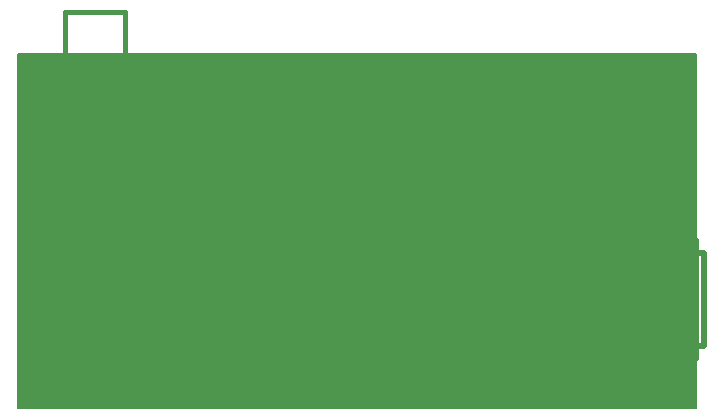
<source format=gbr>
G04 DipTrace 2.3.1.0*
%INThrough.gbr*%
%MOMM*%
G04 Drill Symbols*
G04 D=0,5 - Cross*
G04 D=0,813 - X*
G04 D=0,9 - Y*
G04 D=0,9 - T*
G04 D=0,8 - V*
%ADD10C,0.2*%
%ADD11C,0.14*%
%ADD12C,0.076*%
%ADD14C,0.4*%
%ADD15C,0.635*%
%ADD21O,0.391X0.392*%
%ADD30O,0.5X0.499*%
%ADD34C,0.9*%
%ADD36C,0.8*%
%ADD37C,1.2*%
%ADD39C,1.7*%
%ADD41R,1.7X1.7*%
%ADD43R,2.7X2.2*%
%ADD44R,2.3X1.8*%
%ADD45R,2.5X0.7*%
%ADD46R,2.1X0.3*%
%ADD47O,2.0X2.7*%
%ADD49O,2.7X2.0*%
%ADD51C,1.419*%
%ADD53O,1.71X1.7*%
%ADD55R,3.45X2.35*%
%ADD56R,3.05X1.95*%
%ADD57R,1.15X2.35*%
%ADD58R,0.75X1.95*%
%ADD59R,0.5X1.8*%
%ADD60R,0.1X1.4*%
%ADD61R,1.8X0.5*%
%ADD62R,1.4X0.1*%
%ADD63R,2.2X1.8*%
%ADD64R,1.8X1.4*%
%ADD65R,1.7X1.5*%
%ADD66R,1.3X1.1*%
%ADD67R,1.5X1.7*%
%ADD68R,1.1X1.3*%
%ADD70C,0.157*%
%ADD71C,0.314*%
%FSLAX53Y53*%
G04*
G71*
G90*
G75*
G01*
X15085Y45275D2*
D10*
X15685Y44675D1*
X16285Y45275D1*
X15685Y44675D2*
Y44075D1*
X17625Y45275D2*
X18225Y44675D1*
X18825Y45275D1*
X18225Y44675D2*
Y44075D1*
X-17800Y40017D2*
X-17200Y39417D1*
X-16600Y40017D1*
X-17200Y39417D2*
Y38817D1*
X-15260Y40017D2*
X-14660Y39417D1*
X-14060Y40017D1*
X-14660Y39417D2*
Y38817D1*
X-12720Y40017D2*
X-12120Y39417D1*
X-11520Y40017D1*
X-12120Y39417D2*
Y38817D1*
X-16159Y30170D2*
X-14959Y28970D1*
Y30170D2*
X-16159Y28970D1*
X-11333Y30170D2*
X-10133Y28970D1*
Y30170D2*
X-11333Y28970D1*
X-16992Y34894D2*
X-15792Y33694D1*
Y34894D2*
X-16992Y33694D1*
X-12166Y34894D2*
X-10966Y33694D1*
Y34894D2*
X-12166Y33694D1*
X-25618Y39715D2*
X-25018Y39115D1*
X-24418Y39715D1*
X-25618Y44715D2*
X-25018Y44115D1*
X-24418Y44715D1*
X-28318Y42215D2*
X-27718Y41615D1*
X-27118Y42215D1*
X20010Y42155D2*
X20610Y41555D1*
X21210Y42155D1*
X20610Y41555D2*
Y40955D1*
X22550Y42155D2*
X23150Y41555D1*
X23750Y42155D1*
X23150Y41555D2*
Y40955D1*
X20010Y39615D2*
X20610Y39015D1*
X21210Y39615D1*
X20610Y39015D2*
Y38415D1*
X22550Y39615D2*
X23150Y39015D1*
X23750Y39615D1*
X23150Y39015D2*
Y38415D1*
X20010Y37075D2*
X20610Y36475D1*
X21210Y37075D1*
X20610Y36475D2*
Y35875D1*
X22550Y37075D2*
X23150Y36475D1*
X23750Y37075D1*
X23150Y36475D2*
Y35875D1*
X20010Y34535D2*
X20610Y33935D1*
X21210Y34535D1*
X20610Y33935D2*
Y33335D1*
X22550Y34535D2*
X23150Y33935D1*
X23750Y34535D1*
X23150Y33935D2*
Y33335D1*
X-21110Y19980D2*
X-20510Y19380D1*
X-19910Y19980D1*
X-20510Y19380D2*
Y18780D1*
X-18570Y19980D2*
X-17970Y19380D1*
X-17370Y19980D1*
X-17970Y19380D2*
Y18780D1*
X-16030Y19980D2*
X-15430Y19380D1*
X-14830Y19980D1*
X-15430Y19380D2*
Y18780D1*
X-13490Y19980D2*
X-12890Y19380D1*
X-12290Y19980D1*
X-12890Y19380D2*
Y18780D1*
X-10950Y19980D2*
X-10350Y19380D1*
X-9750Y19980D1*
X-10350Y19380D2*
Y18780D1*
X-8410Y19980D2*
X-7810Y19380D1*
X-7210Y19980D1*
X-7810Y19380D2*
Y18780D1*
X-5870Y19980D2*
X-5270Y19380D1*
X-4670Y19980D1*
X-5270Y19380D2*
Y18780D1*
X-3330Y19980D2*
X-2730Y19380D1*
X-2130Y19980D1*
X-2730Y19380D2*
Y18780D1*
X-790Y19980D2*
X-190Y19380D1*
X410Y19980D1*
X-190Y19380D2*
Y18780D1*
X1750Y19980D2*
X2350Y19380D1*
X2950Y19980D1*
X2350Y19380D2*
Y18780D1*
X4290Y19980D2*
X4890Y19380D1*
X5490Y19980D1*
X4890Y19380D2*
Y18780D1*
X6830Y19980D2*
X7430Y19380D1*
X8030Y19980D1*
X7430Y19380D2*
Y18780D1*
X9370Y19980D2*
X9970Y19380D1*
X10570Y19980D1*
X9970Y19380D2*
Y18780D1*
X11910Y19980D2*
X12510Y19380D1*
X13110Y19980D1*
X12510Y19380D2*
Y18780D1*
X-21110Y45379D2*
X-20510Y44779D1*
X-19910Y45379D1*
X-20510Y44779D2*
Y44179D1*
X-18570Y45379D2*
X-17970Y44779D1*
X-17370Y45379D1*
X-17970Y44779D2*
Y44179D1*
X-16030Y45379D2*
X-15430Y44779D1*
X-14830Y45379D1*
X-15430Y44779D2*
Y44179D1*
X-13490Y45379D2*
X-12890Y44779D1*
X-12290Y45379D1*
X-12890Y44779D2*
Y44179D1*
X-10950Y45379D2*
X-10350Y44779D1*
X-9750Y45379D1*
X-10350Y44779D2*
Y44179D1*
X-8410Y45379D2*
X-7810Y44779D1*
X-7210Y45379D1*
X-7810Y44779D2*
Y44179D1*
X-5870Y45379D2*
X-5270Y44779D1*
X-4670Y45379D1*
X-5270Y44779D2*
Y44179D1*
X-3330Y45379D2*
X-2730Y44779D1*
X-2130Y45379D1*
X-2730Y44779D2*
Y44179D1*
X-790Y45379D2*
X-190Y44779D1*
X410Y45379D1*
X-190Y44779D2*
Y44179D1*
X1750Y45379D2*
X2350Y44779D1*
X2950Y45379D1*
X2350Y44779D2*
Y44179D1*
X4290Y45379D2*
X4890Y44779D1*
X5490Y45379D1*
X4890Y44779D2*
Y44179D1*
X6830Y45379D2*
X7430Y44779D1*
X8030Y45379D1*
X7430Y44779D2*
Y44179D1*
X9370Y45379D2*
X9970Y44779D1*
X10570Y45379D1*
X9970Y44779D2*
Y44179D1*
X11910Y45379D2*
X12510Y44779D1*
X13110Y45379D1*
X12510Y44779D2*
Y44179D1*
X9562Y38871D2*
Y37671D1*
X8963Y38271D2*
X10162D1*
X11397Y33723D2*
Y32523D1*
X10797Y33123D2*
X11997D1*
X12771Y32913D2*
Y31713D1*
X12171Y32312D2*
X13371D1*
X12646Y34829D2*
Y33629D1*
X12046Y34229D2*
X13246D1*
X6667Y40538D2*
Y39337D1*
X6067Y39938D2*
X7267D1*
X-8354Y30787D2*
Y29588D1*
X-8954Y30188D2*
X-7754D1*
X2104Y39975D2*
Y38775D1*
X1504Y39375D2*
X2704D1*
X11229Y36038D2*
Y34837D1*
X10629Y35438D2*
X11829D1*
X9146Y25579D2*
Y24379D1*
X8546Y24979D2*
X9746D1*
X-1531Y39444D2*
Y38244D1*
X-2131Y38844D2*
X-931D1*
X-21729Y23996D2*
Y22796D1*
X-22329Y23396D2*
X-21129D1*
X-27271Y38996D2*
Y37796D1*
X-27871Y38396D2*
X-26671D1*
X5271Y41121D2*
Y39921D1*
X4671Y40521D2*
X5871D1*
X18021Y34454D2*
Y33254D1*
X17421Y33854D2*
X18621D1*
X13896Y24704D2*
Y23504D1*
X13296Y24104D2*
X14496D1*
X11146Y24537D2*
Y23338D1*
X10546Y23938D2*
X11746D1*
X-7229Y35788D2*
Y34587D1*
X-7829Y35188D2*
X-6629D1*
X8250Y39996D2*
Y38796D1*
X7650Y39396D2*
X8850D1*
X14979Y21829D2*
Y20629D1*
X14379Y21229D2*
X15579D1*
X-8208Y25996D2*
Y24796D1*
X-8808Y25396D2*
X-7608D1*
X-583Y36871D2*
Y35671D1*
X-1183Y36271D2*
X17D1*
X-19000Y24579D2*
Y23379D1*
X-19600Y23979D2*
X-18400D1*
X-9583Y27037D2*
Y25838D1*
X-10183Y26438D2*
X-8983D1*
X10833Y37767D2*
Y36567D1*
X10233Y37167D2*
X11433D1*
X8438Y23652D2*
Y22452D1*
X7837Y23052D2*
X9037D1*
X20032Y28149D2*
X21232D1*
X20632D2*
Y27549D1*
X20032Y23748D2*
X21232D1*
X20632D2*
Y23148D1*
%LNTopAssy*%
%LPD*%
%LNTopSilk*%
X-22960Y31421D2*
Y32720D1*
X-23002Y29414D2*
Y30713D1*
X-22960Y35708D2*
Y37007D1*
Y33485D2*
Y34784D1*
X8231Y24058D2*
X6932D1*
X10368Y36106D2*
Y34807D1*
X-2050Y34513D2*
X-3349D1*
X-5761Y26635D2*
X-7060D1*
X-29240Y38433D2*
X-30539D1*
X-20421Y28645D2*
Y27346D1*
X-28357Y26743D2*
Y28042D1*
X-21833Y42286D2*
X-20534D1*
X-9900Y36403D2*
Y37702D1*
X-17275Y23598D2*
X-11275D1*
X-17275Y27198D2*
X-11275D1*
X-17275D2*
Y26598D1*
Y23598D2*
Y24198D1*
X-11275Y23598D2*
Y24198D1*
Y26598D2*
Y27198D1*
X-17275Y26798D2*
X-16774D1*
Y26498D1*
Y24398D2*
Y23998D1*
X-17275D1*
X-15675Y26098D2*
X-12875D1*
Y24698D1*
X-15675D1*
Y26098D1*
G36*
X-15374Y25798D2*
X-13176D1*
Y24998D1*
X-15374D1*
Y25798D1*
G37*
X-15275Y25698D2*
X-15675Y26098D1*
X-13275Y25698D2*
X-12875Y26098D1*
X-13275Y25098D2*
X-12875Y24698D1*
X-15275Y25098D2*
X-15575Y24698D1*
D15*
X-18561Y25398D3*
X174Y34115D2*
X6176D1*
Y28115D1*
X174D1*
Y34115D1*
G36*
D2*
Y33315D1*
X975Y34115D1*
X174D1*
G37*
D14*
X-1025Y34566D3*
D21*
X-23910Y37141D3*
X-23883Y34874D2*
X-30483D1*
X-23883Y32074D2*
X-30483D1*
Y34874D2*
Y32074D1*
X-23883Y34874D2*
Y32074D1*
X14285Y43275D2*
X19625D1*
X14285Y46077D2*
X19625D1*
Y43275D2*
Y46077D1*
X14285Y43275D2*
Y46077D1*
X-18600Y38017D2*
Y40818D1*
Y38017D2*
X-10720D1*
Y40818D1*
X-18600D2*
X-10720D1*
X-16194Y27411D2*
X-10098D1*
X-16194Y31729D2*
X-10098D1*
X-16194Y27919D2*
X-10098D1*
Y31221D2*
X-16194D1*
X-13400Y30332D2*
X-12892D1*
Y28808D1*
X-13400D1*
Y30332D1*
X-12511D2*
Y29570D1*
Y28808D1*
X-13781Y30332D2*
Y29570D1*
Y28808D1*
X-12511Y29570D2*
X-11876D1*
X-13781D2*
X-14417D1*
X-16194Y31729D2*
G03X-16194Y27411I0J-2159D01*
G01*
X-10098D2*
G03X-10098Y31729I0J2159D01*
G01*
X-16194Y31221D2*
G03X-16194Y27919I1J-1651D01*
G01*
X-10098D2*
G03X-10098Y31221I-1J1651D01*
G01*
X-17028Y32135D2*
X-10931D1*
X-17028Y36453D2*
X-10931D1*
X-17028Y32642D2*
X-10931D1*
Y35945D2*
X-17028D1*
X-14234Y35056D2*
X-13725D1*
Y33531D1*
X-14234D1*
Y35056D1*
X-13344D2*
Y34294D1*
Y33531D1*
X-14615Y35056D2*
Y34294D1*
Y33531D1*
X-13344Y34294D2*
X-12709D1*
X-14615D2*
X-15250D1*
X-17028Y36453D2*
G03X-17028Y32135I0J-2159D01*
G01*
X-10931D2*
G03X-10931Y36453I0J2159D01*
G01*
X-17028Y35945D2*
G03X-17028Y32642I1J-1651D01*
G01*
X-10931D2*
G03X-10931Y35945I-1J1651D01*
G01*
X-23679Y25213D3*
X-23653Y22946D2*
X-30252D1*
X-23653Y20146D2*
X-30252D1*
Y22946D2*
Y20146D1*
X-23653Y22946D2*
Y20146D1*
X-27519Y50315D2*
X-22519D1*
Y39115D1*
X-23318D1*
X-26618D2*
X-27519D1*
Y40016D1*
Y43116D2*
Y50315D1*
X19340Y42825D2*
Y32665D1*
X24420Y42825D2*
Y32665D1*
X19340Y42825D2*
X24420D1*
X19340Y32665D2*
X24420D1*
X13780Y18110D2*
Y20650D1*
X-21780Y18110D2*
X13780D1*
X-21780D2*
Y20650D1*
X-19860D1*
X13780D1*
Y43509D2*
Y46049D1*
X-21780Y43509D2*
X13780D1*
X-21780D2*
Y46049D1*
X-19860D1*
X13780D1*
X-19831Y22158D2*
D70*
X-20852Y21769D1*
X-19831Y21380D1*
X-20171Y21526D2*
Y22012D1*
X-20851Y22764D2*
X-20803Y22618D1*
X-20657Y22520D1*
X-20414Y22472D1*
X-20268D1*
X-20025Y22520D1*
X-19879Y22618D1*
X-19831Y22764D1*
Y22861D1*
X-19879Y23007D1*
X-20025Y23103D1*
X-20268Y23153D1*
X-20414D1*
X-20657Y23103D1*
X-20803Y23007D1*
X-20851Y22861D1*
Y22764D1*
X-20657Y23103D2*
X-20025Y22520D1*
X-17300Y22127D2*
X-18320Y21737D1*
X-17300Y21349D1*
X-17640Y21495D2*
Y21981D1*
X-18125Y22441D2*
X-18174Y22538D1*
X-18319Y22684D1*
X-17300D1*
X-14914Y22117D2*
X-15935Y21727D1*
X-14914Y21338D1*
X-15255Y21484D2*
Y21971D1*
X-15692Y22480D2*
X-15740D1*
X-15838Y22528D1*
X-15886Y22576D1*
X-15934Y22674D1*
Y22868D1*
X-15886Y22965D1*
X-15838Y23013D1*
X-15740Y23063D1*
X-15643D1*
X-15546Y23013D1*
X-15401Y22917D1*
X-14914Y22430D1*
Y23111D1*
X-12331Y22033D2*
X-13352Y21644D1*
X-12331Y21255D1*
X-12671Y21401D2*
Y21887D1*
X-13351Y22445D2*
Y22978D1*
X-12962Y22687D1*
Y22833D1*
X-12914Y22930D1*
X-12866Y22978D1*
X-12720Y23028D1*
X-12623D1*
X-12477Y22978D1*
X-12379Y22882D1*
X-12331Y22736D1*
Y22590D1*
X-12379Y22445D1*
X-12429Y22396D1*
X-12525Y22347D1*
X-9890Y22093D2*
X-10911Y21703D1*
X-9890Y21314D1*
X-10231Y21460D2*
Y21947D1*
X-9890Y22893D2*
X-10910D1*
X-10231Y22406D1*
Y23135D1*
X-7321Y22039D2*
X-8342Y21649D1*
X-7321Y21261D1*
X-7661Y21407D2*
Y21893D1*
X-8341Y22936D2*
Y22451D1*
X-7904Y22402D1*
X-7952Y22451D1*
X-8002Y22597D1*
Y22742D1*
X-7952Y22888D1*
X-7856Y22985D1*
X-7710Y23034D1*
X-7613D1*
X-7467Y22985D1*
X-7369Y22888D1*
X-7321Y22742D1*
Y22597D1*
X-7369Y22451D1*
X-7419Y22402D1*
X-7515Y22353D1*
X-4722Y21939D2*
X-5743Y21549D1*
X-4722Y21161D1*
X-5063Y21307D2*
Y21793D1*
X-5597Y22835D2*
X-5694Y22787D1*
X-5742Y22641D1*
Y22545D1*
X-5694Y22399D1*
X-5548Y22301D1*
X-5305Y22253D1*
X-5063D1*
X-4868Y22301D1*
X-4771Y22399D1*
X-4722Y22545D1*
Y22593D1*
X-4771Y22738D1*
X-4868Y22835D1*
X-5014Y22884D1*
X-5063D1*
X-5209Y22835D1*
X-5305Y22738D1*
X-5353Y22593D1*
Y22545D1*
X-5305Y22399D1*
X-5209Y22301D1*
X-5063Y22253D1*
X-2157Y21914D2*
X-3178Y21524D1*
X-2157Y21136D1*
X-2498Y21282D2*
Y21768D1*
X-2157Y22422D2*
X-3177Y22909D1*
Y22228D1*
X-528Y21185D2*
X493D1*
Y21623D1*
X443Y21769D1*
X395Y21817D1*
X299Y21865D1*
X153D1*
X55Y21817D1*
X7Y21769D1*
X-42Y21623D1*
X-91Y21769D1*
X-139Y21817D1*
X-236Y21865D1*
X-334D1*
X-430Y21817D1*
X-480Y21769D1*
X-528Y21623D1*
Y21185D1*
X-42D2*
Y21623D1*
X-527Y22471D2*
X-479Y22325D1*
X-333Y22227D1*
X-90Y22179D1*
X56D1*
X299Y22227D1*
X445Y22325D1*
X493Y22471D1*
Y22568D1*
X445Y22714D1*
X299Y22810D1*
X56Y22860D1*
X-90D1*
X-333Y22810D1*
X-479Y22714D1*
X-527Y22568D1*
Y22471D1*
X-333Y22810D2*
X299Y22227D1*
X1953Y21403D2*
X2973D1*
Y21841D1*
X2924Y21987D1*
X2876Y22035D1*
X2779Y22084D1*
X2633D1*
X2535Y22035D1*
X2487Y21987D1*
X2439Y21841D1*
X2389Y21987D1*
X2341Y22035D1*
X2245Y22084D1*
X2147D1*
X2050Y22035D1*
X2001Y21987D1*
X1953Y21841D1*
Y21403D1*
X2439D2*
Y21841D1*
X2148Y22397D2*
X2099Y22495D1*
X1954Y22641D1*
X2973D1*
X4235Y21185D2*
X5256D1*
Y21623D1*
X5206Y21769D1*
X5158Y21817D1*
X5062Y21865D1*
X4916D1*
X4818Y21817D1*
X4770Y21769D1*
X4721Y21623D1*
X4672Y21769D1*
X4624Y21817D1*
X4527Y21865D1*
X4429D1*
X4333Y21817D1*
X4283Y21769D1*
X4235Y21623D1*
Y21185D1*
X4721D2*
Y21623D1*
X4479Y22228D2*
X4430D1*
X4333Y22277D1*
X4284Y22325D1*
X4236Y22423D1*
Y22617D1*
X4284Y22714D1*
X4333Y22762D1*
X4430Y22811D1*
X4527D1*
X4625Y22762D1*
X4770Y22665D1*
X5256Y22179D1*
Y22860D1*
X6802Y21239D2*
X7823D1*
Y21677D1*
X7773Y21823D1*
X7725Y21872D1*
X7628Y21920D1*
X7482D1*
X7385Y21872D1*
X7336Y21823D1*
X7288Y21677D1*
X7239Y21823D1*
X7190Y21872D1*
X7094Y21920D1*
X6996D1*
X6900Y21872D1*
X6850Y21823D1*
X6802Y21677D1*
Y21239D1*
X7288D2*
Y21677D1*
X6997Y22234D2*
X6948Y22331D1*
X6803Y22477D1*
X7823D1*
X6803Y23083D2*
X6851Y22937D1*
X6997Y22839D1*
X7240Y22791D1*
X7386D1*
X7628Y22839D1*
X7774Y22937D1*
X7823Y23083D1*
Y23180D1*
X7774Y23326D1*
X7628Y23422D1*
X7386Y23472D1*
X7240D1*
X6997Y23422D1*
X6851Y23326D1*
X6803Y23180D1*
Y23083D1*
X6997Y23422D2*
X7628Y22839D1*
X9535Y21124D2*
X10555D1*
Y21562D1*
X10506Y21708D1*
X10458Y21757D1*
X10361Y21805D1*
X10215D1*
X10117Y21757D1*
X10069Y21708D1*
X10021Y21562D1*
X9971Y21708D1*
X9923Y21757D1*
X9827Y21805D1*
X9729D1*
X9632Y21757D1*
X9583Y21708D1*
X9535Y21562D1*
Y21124D1*
X10021D2*
Y21562D1*
X9730Y22119D2*
X9681Y22216D1*
X9536Y22362D1*
X10555D1*
X9730Y22676D2*
X9681Y22774D1*
X9536Y22920D1*
X10555D1*
X12127Y21156D2*
X13147D1*
Y21594D1*
X13098Y21740D1*
X13050Y21788D1*
X12953Y21837D1*
X12807D1*
X12709Y21788D1*
X12661Y21740D1*
X12613Y21594D1*
X12563Y21740D1*
X12515Y21788D1*
X12419Y21837D1*
X12321D1*
X12224Y21788D1*
X12175Y21740D1*
X12127Y21594D1*
Y21156D1*
X12613D2*
Y21594D1*
X12322Y22150D2*
X12273Y22248D1*
X12128Y22394D1*
X13147D1*
X12370Y22757D2*
X12322D1*
X12224Y22805D1*
X12176Y22854D1*
X12128Y22951D1*
Y23146D1*
X12176Y23242D1*
X12224Y23291D1*
X12322Y23340D1*
X12419D1*
X12516Y23291D1*
X12661Y23194D1*
X13147Y22708D1*
Y23388D1*
X22541Y20230D2*
D71*
X22346Y20037D1*
X22249Y19745D1*
Y19356D1*
X22346Y19064D1*
X22541Y18869D1*
X22734D1*
X22930Y18968D1*
X23026Y19064D1*
X23123Y19257D1*
X23318Y19841D1*
X23415Y20037D1*
X23514Y20133D1*
X23707Y20230D1*
X23999D1*
X24192Y20037D1*
X24291Y19745D1*
Y19356D1*
X24192Y19064D1*
X23999Y18869D1*
X22249Y21149D2*
X23902D1*
X24192Y21246D1*
X24291Y21441D1*
Y21635D1*
X22930Y20857D2*
Y21538D1*
Y23428D2*
X24291D1*
X23222D2*
X23026Y23235D1*
X22930Y23039D1*
Y22749D1*
X23026Y22554D1*
X23222Y22361D1*
X23514Y22262D1*
X23707D1*
X23999Y22361D1*
X24192Y22554D1*
X24291Y22749D1*
Y23039D1*
X24192Y23235D1*
X23999Y23428D1*
X22930Y24055D2*
X24291D1*
X23514D2*
X23222Y24154D1*
X23026Y24347D1*
X22930Y24543D1*
Y24835D1*
X22249Y25754D2*
X23902D1*
X24192Y25851D1*
X24291Y26046D1*
Y26239D1*
X22930Y25462D2*
Y26143D1*
X23514Y26867D2*
Y28032D1*
X23318D1*
X23123Y27936D1*
X23026Y27839D1*
X22930Y27644D1*
Y27352D1*
X23026Y27159D1*
X23222Y26963D1*
X23514Y26867D1*
X23707D1*
X23999Y26963D1*
X24192Y27159D1*
X24291Y27352D1*
Y27644D1*
X24192Y27839D1*
X23999Y28032D1*
X22930Y28660D2*
X24291D1*
X23514D2*
X23222Y28759D1*
X23026Y28952D1*
X22930Y29147D1*
Y29439D1*
X19833Y32338D2*
D70*
Y31317D1*
X20174D1*
X20320Y31367D1*
X20417Y31463D1*
X20466Y31561D1*
X20514Y31706D1*
Y31949D1*
X20466Y32095D1*
X20417Y32192D1*
X20320Y32290D1*
X20174Y32338D1*
X19833D1*
X20828Y31706D2*
X21411D1*
Y31803D1*
X21362Y31901D1*
X21314Y31949D1*
X21216Y31998D1*
X21070D1*
X20974Y31949D1*
X20876Y31852D1*
X20828Y31706D1*
Y31609D1*
X20876Y31463D1*
X20974Y31367D1*
X21070Y31317D1*
X21216D1*
X21314Y31367D1*
X21411Y31463D1*
X21724Y32338D2*
Y31317D1*
Y31852D2*
X21822Y31949D1*
X21919Y31998D1*
X22065D1*
X22161Y31949D1*
X22259Y31852D1*
X22307Y31706D1*
Y31609D1*
X22259Y31463D1*
X22161Y31367D1*
X22065Y31317D1*
X21919D1*
X21822Y31367D1*
X21724Y31463D1*
X22621Y31998D2*
Y31511D1*
X22669Y31367D1*
X22767Y31317D1*
X22913D1*
X23009Y31367D1*
X23155Y31511D1*
Y31998D2*
Y31317D1*
X24052Y31949D2*
Y31171D1*
X24004Y31026D1*
X23955Y30977D1*
X23858Y30929D1*
X23712D1*
X23615Y30977D1*
X24052Y31803D2*
X23955Y31900D1*
X23858Y31949D1*
X23712D1*
X23615Y31900D1*
X23517Y31803D1*
X23469Y31657D1*
Y31560D1*
X23517Y31415D1*
X23615Y31317D1*
X23712Y31269D1*
X23858D1*
X23955Y31317D1*
X24052Y31415D1*
X20417Y45005D2*
Y44276D1*
X20465Y44130D1*
X20563Y44033D1*
X20709Y43984D1*
X20805D1*
X20951Y44033D1*
X21049Y44130D1*
X21097Y44276D1*
Y45005D1*
X21994Y45004D2*
X21509D1*
X21460Y44567D1*
X21509Y44615D1*
X21655Y44664D1*
X21800D1*
X21946Y44615D1*
X22043Y44518D1*
X22092Y44372D1*
Y44276D1*
X22043Y44130D1*
X21946Y44032D1*
X21800Y43984D1*
X21655D1*
X21509Y44032D1*
X21460Y44081D1*
X21411Y44178D1*
X12170Y40525D2*
X13190D1*
Y40963D1*
X13141Y41109D1*
X13093Y41157D1*
X12996Y41206D1*
X12850D1*
X12752Y41157D1*
X12704Y41109D1*
X12656Y40963D1*
X12606Y41109D1*
X12558Y41157D1*
X12462Y41206D1*
X12364D1*
X12267Y41157D1*
X12218Y41109D1*
X12170Y40963D1*
Y40525D1*
X12656D2*
Y40963D1*
X12365Y41520D2*
X12316Y41617D1*
X12171Y41763D1*
X13190D1*
X12171Y42175D2*
Y42708D1*
X12559Y42417D1*
Y42563D1*
X12608Y42660D1*
X12656Y42708D1*
X12802Y42758D1*
X12898D1*
X13044Y42708D1*
X13142Y42612D1*
X13190Y42466D1*
Y42320D1*
X13142Y42175D1*
X13093Y42126D1*
X12996Y42077D1*
X9735Y40584D2*
X10756D1*
Y41022D1*
X10707Y41168D1*
X10659Y41217D1*
X10562Y41265D1*
X10416D1*
X10318Y41217D1*
X10270Y41168D1*
X10222Y41022D1*
X10172Y41168D1*
X10124Y41217D1*
X10027Y41265D1*
X9930D1*
X9833Y41217D1*
X9784Y41168D1*
X9735Y41022D1*
Y40584D1*
X10222D2*
Y41022D1*
X9931Y41579D2*
X9881Y41676D1*
X9736Y41822D1*
X10756D1*
Y42622D2*
X9736D1*
X10416Y42136D1*
Y42865D1*
X7253Y40650D2*
X8274D1*
Y41088D1*
X8224Y41234D1*
X8176Y41282D1*
X8079Y41331D1*
X7933D1*
X7836Y41282D1*
X7787Y41234D1*
X7739Y41088D1*
X7690Y41234D1*
X7641Y41282D1*
X7545Y41331D1*
X7447D1*
X7351Y41282D1*
X7301Y41234D1*
X7253Y41088D1*
Y40650D1*
X7739D2*
Y41088D1*
X7448Y41645D2*
X7399Y41742D1*
X7254Y41888D1*
X8274D1*
X7254Y42785D2*
Y42300D1*
X7691Y42251D1*
X7643Y42300D1*
X7593Y42446D1*
Y42591D1*
X7643Y42737D1*
X7739Y42834D1*
X7885Y42883D1*
X7982D1*
X8128Y42834D1*
X8225Y42737D1*
X8274Y42591D1*
Y42446D1*
X8225Y42300D1*
X8176Y42251D1*
X8079Y42202D1*
X5752Y41951D2*
X4731Y41561D1*
X5752Y41172D1*
X5411Y41318D2*
Y41805D1*
X4732Y42507D2*
X4780Y42362D1*
X4877Y42313D1*
X4974D1*
X5071Y42362D1*
X5120Y42459D1*
X5169Y42653D1*
X5217Y42799D1*
X5315Y42895D1*
X5411Y42944D1*
X5557D1*
X5654Y42895D1*
X5703Y42847D1*
X5752Y42701D1*
Y42507D1*
X5703Y42362D1*
X5654Y42313D1*
X5557Y42264D1*
X5411D1*
X5315Y42313D1*
X5217Y42410D1*
X5169Y42555D1*
X5120Y42749D1*
X5071Y42847D1*
X4974Y42895D1*
X4877D1*
X4780Y42847D1*
X4732Y42701D1*
Y42507D1*
X2853Y42057D2*
X1832Y41668D1*
X2853Y41279D1*
X2513Y41425D2*
Y41911D1*
X2172Y43004D2*
X2318Y42954D1*
X2416Y42858D1*
X2464Y42712D1*
Y42663D1*
X2416Y42517D1*
X2318Y42421D1*
X2172Y42371D1*
X2124D1*
X1978Y42421D1*
X1882Y42517D1*
X1833Y42663D1*
Y42712D1*
X1882Y42858D1*
X1978Y42954D1*
X2172Y43004D1*
X2416D1*
X2659Y42954D1*
X2805Y42858D1*
X2853Y42712D1*
Y42615D1*
X2805Y42469D1*
X2707Y42421D1*
X281Y41505D2*
X-740Y41115D1*
X281Y40726D1*
X-59Y40872D2*
Y41359D1*
X-545Y41818D2*
X-594Y41916D1*
X-739Y42062D1*
X281D1*
X-739Y42668D2*
X-691Y42522D1*
X-545Y42424D1*
X-302Y42376D1*
X-156D1*
X87Y42424D1*
X233Y42522D1*
X281Y42668D1*
Y42764D1*
X233Y42910D1*
X87Y43007D1*
X-156Y43056D1*
X-302D1*
X-545Y43007D1*
X-691Y42910D1*
X-739Y42764D1*
Y42668D1*
X-545Y43007D2*
X87Y42424D1*
X-3401Y40929D2*
X-2380D1*
Y41367D1*
X-2429Y41513D1*
X-2478Y41561D1*
X-2574Y41609D1*
X-2720D1*
X-2818Y41561D1*
X-2866Y41513D1*
X-2915Y41367D1*
X-2964Y41513D1*
X-3012Y41561D1*
X-3109Y41609D1*
X-3207D1*
X-3303Y41561D1*
X-3353Y41513D1*
X-3401Y41367D1*
Y40929D1*
X-2915D2*
Y41367D1*
X-3400Y42506D2*
Y42021D1*
X-2963Y41973D1*
X-3011Y42021D1*
X-3061Y42167D1*
Y42312D1*
X-3011Y42458D1*
X-2915Y42556D1*
X-2769Y42604D1*
X-2672D1*
X-2526Y42556D1*
X-2428Y42458D1*
X-2380Y42312D1*
Y42167D1*
X-2428Y42021D1*
X-2478Y41973D1*
X-2574Y41923D1*
X-6009Y40954D2*
X-4988D1*
Y41392D1*
X-5037Y41538D1*
X-5086Y41586D1*
X-5182Y41634D1*
X-5328D1*
X-5426Y41586D1*
X-5474Y41538D1*
X-5523Y41392D1*
X-5572Y41538D1*
X-5620Y41586D1*
X-5717Y41634D1*
X-5815D1*
X-5911Y41586D1*
X-5961Y41538D1*
X-6009Y41392D1*
Y40954D1*
X-5523D2*
Y41392D1*
X-5863Y42531D2*
X-5959Y42482D1*
X-6008Y42336D1*
Y42240D1*
X-5959Y42094D1*
X-5813Y41996D1*
X-5571Y41948D1*
X-5328D1*
X-5134Y41996D1*
X-5036Y42094D1*
X-4988Y42240D1*
Y42288D1*
X-5036Y42433D1*
X-5134Y42531D1*
X-5280Y42579D1*
X-5328D1*
X-5474Y42531D1*
X-5571Y42433D1*
X-5619Y42288D1*
Y42240D1*
X-5571Y42094D1*
X-5474Y41996D1*
X-5328Y41948D1*
X-8401Y41054D2*
X-7380D1*
Y41492D1*
X-7429Y41638D1*
X-7478Y41686D1*
X-7574Y41734D1*
X-7720D1*
X-7818Y41686D1*
X-7866Y41638D1*
X-7915Y41492D1*
X-7964Y41638D1*
X-8012Y41686D1*
X-8109Y41734D1*
X-8207D1*
X-8303Y41686D1*
X-8353Y41638D1*
X-8401Y41492D1*
Y41054D1*
X-7915D2*
Y41492D1*
X-7380Y42243D2*
X-8400Y42729D1*
Y42048D1*
X-10693Y41138D2*
X-9672D1*
Y41576D1*
X-9722Y41722D1*
X-9770Y41770D1*
X-9867Y41818D1*
X-10013D1*
X-10110Y41770D1*
X-10159Y41722D1*
X-10207Y41576D1*
X-10256Y41722D1*
X-10305Y41770D1*
X-10401Y41818D1*
X-10499D1*
X-10595Y41770D1*
X-10645Y41722D1*
X-10693Y41576D1*
Y41138D1*
X-10207D2*
Y41576D1*
X-10692Y42375D2*
X-10644Y42230D1*
X-10547Y42180D1*
X-10449D1*
X-10353Y42230D1*
X-10303Y42326D1*
X-10255Y42521D1*
X-10207Y42667D1*
X-10109Y42763D1*
X-10013Y42812D1*
X-9867D1*
X-9770Y42763D1*
X-9721Y42715D1*
X-9672Y42569D1*
Y42375D1*
X-9721Y42230D1*
X-9770Y42180D1*
X-9867Y42132D1*
X-10013D1*
X-10109Y42180D1*
X-10207Y42278D1*
X-10255Y42423D1*
X-10303Y42617D1*
X-10353Y42715D1*
X-10449Y42763D1*
X-10547D1*
X-10644Y42715D1*
X-10692Y42569D1*
Y42375D1*
X-13175Y41370D2*
X-12154D1*
Y41808D1*
X-12204Y41954D1*
X-12252Y42002D1*
X-12348Y42050D1*
X-12494D1*
X-12592Y42002D1*
X-12640Y41954D1*
X-12689Y41808D1*
X-12738Y41954D1*
X-12786Y42002D1*
X-12883Y42050D1*
X-12981D1*
X-13077Y42002D1*
X-13127Y41954D1*
X-13175Y41808D1*
Y41370D1*
X-12689D2*
Y41808D1*
X-12835Y42996D2*
X-12689Y42947D1*
X-12591Y42850D1*
X-12543Y42704D1*
Y42656D1*
X-12591Y42510D1*
X-12689Y42413D1*
X-12835Y42364D1*
X-12883D1*
X-13029Y42413D1*
X-13126Y42510D1*
X-13174Y42656D1*
Y42704D1*
X-13126Y42850D1*
X-13029Y42947D1*
X-12835Y42996D1*
X-12591D1*
X-12348Y42947D1*
X-12202Y42850D1*
X-12154Y42704D1*
Y42608D1*
X-12202Y42462D1*
X-12300Y42413D1*
X-15983Y41887D2*
Y41402D1*
X-15546Y41353D1*
X-15594Y41402D1*
X-15644Y41548D1*
Y41692D1*
X-15594Y41838D1*
X-15498Y41936D1*
X-15352Y41984D1*
X-15255D1*
X-15109Y41936D1*
X-15012Y41838D1*
X-14963Y41692D1*
Y41548D1*
X-15012Y41402D1*
X-15061Y41353D1*
X-15158Y41304D1*
X-15984Y42298D2*
X-14963D1*
Y42736D1*
X-15013Y42882D1*
X-15061Y42931D1*
X-15158Y42979D1*
X-15304D1*
X-15401Y42931D1*
X-15450Y42882D1*
X-15498Y42736D1*
X-15547Y42882D1*
X-15596Y42931D1*
X-15692Y42979D1*
X-15790D1*
X-15886Y42931D1*
X-15936Y42882D1*
X-15984Y42736D1*
Y42298D1*
X-15498D2*
Y42736D1*
X-18319Y41279D2*
Y41813D1*
X-17930Y41522D1*
Y41668D1*
X-17882Y41764D1*
X-17834Y41813D1*
X-17688Y41862D1*
X-17591D1*
X-17445Y41813D1*
X-17348Y41716D1*
X-17299Y41570D1*
Y41424D1*
X-17348Y41279D1*
X-17397Y41231D1*
X-17494Y41182D1*
X-17397Y42224D2*
X-17348Y42176D1*
X-17299Y42224D1*
X-17348Y42274D1*
X-17397Y42224D1*
X-18319Y42685D2*
Y43218D1*
X-17930Y42928D1*
Y43074D1*
X-17882Y43170D1*
X-17834Y43218D1*
X-17688Y43268D1*
X-17591D1*
X-17445Y43218D1*
X-17348Y43122D1*
X-17299Y42976D1*
Y42830D1*
X-17348Y42685D1*
X-17397Y42637D1*
X-17494Y42587D1*
X-21229Y43429D2*
X-21278Y43525D1*
X-21375Y43623D1*
X-21472Y43671D1*
X-21666D1*
X-21764Y43623D1*
X-21861Y43525D1*
X-21910Y43429D1*
X-21958Y43283D1*
Y43039D1*
X-21910Y42894D1*
X-21861Y42796D1*
X-21764Y42700D1*
X-21666Y42650D1*
X-21472D1*
X-21375Y42700D1*
X-21278Y42796D1*
X-21229Y42894D1*
Y43039D1*
X-21472D1*
X-20235Y43671D2*
Y42650D1*
X-20916Y43671D1*
Y42650D1*
X-19921Y43671D2*
Y42650D1*
X-19581D1*
X-19435Y42700D1*
X-19337Y42796D1*
X-19289Y42894D1*
X-19241Y43039D1*
Y43283D1*
X-19289Y43429D1*
X-19337Y43525D1*
X-19435Y43623D1*
X-19581Y43671D1*
X-19921D1*
X17437Y20049D2*
X18458Y20293D1*
X17437Y20535D1*
X18458Y20778D1*
X17437Y21022D1*
Y21335D2*
X17486Y21384D1*
X17437Y21433D1*
X17388Y21384D1*
X17437Y21335D1*
X17778Y21384D2*
X18458D1*
X17778Y21747D2*
Y22281D1*
X18458Y21747D1*
Y22281D1*
X17778Y23178D2*
X18458D1*
X17924D2*
X17826Y23081D1*
X17778Y22984D1*
Y22839D1*
X17826Y22741D1*
X17924Y22644D1*
X18070Y22595D1*
X18166D1*
X18312Y22644D1*
X18409Y22741D1*
X18458Y22839D1*
Y22984D1*
X18409Y23081D1*
X18312Y23178D1*
X17778Y23492D2*
X18458D1*
X18070D2*
X17924Y23541D1*
X17826Y23638D1*
X17778Y23735D1*
Y23881D1*
X17437Y24778D2*
X18458D1*
X17924D2*
X17826Y24681D1*
X17778Y24584D1*
Y24438D1*
X17826Y24341D1*
X17924Y24243D1*
X18070Y24195D1*
X18166D1*
X18312Y24243D1*
X18409Y24341D1*
X18458Y24438D1*
Y24584D1*
X18409Y24681D1*
X18312Y24778D1*
X17437Y25092D2*
X17486Y25140D1*
X17437Y25189D1*
X17388Y25140D1*
X17437Y25092D1*
X17778Y25140D2*
X18458D1*
X17778Y25503D2*
X18458D1*
X17972D2*
X17826Y25649D1*
X17778Y25747D1*
Y25892D1*
X17826Y25989D1*
X17972Y26038D1*
X18458D1*
X17778Y26594D2*
X17826Y26497D1*
X17924Y26400D1*
X18070Y26351D1*
X18166D1*
X18312Y26400D1*
X18409Y26497D1*
X18458Y26594D1*
Y26740D1*
X18409Y26838D1*
X18312Y26934D1*
X18166Y26984D1*
X18070D1*
X17924Y26934D1*
X17826Y26838D1*
X17778Y26740D1*
Y26594D1*
X-10167Y39880D2*
Y38859D1*
X-9729D1*
X-9583Y38908D1*
X-9534Y38956D1*
X-9486Y39053D1*
Y39199D1*
X-9534Y39297D1*
X-9583Y39345D1*
X-9729Y39393D1*
X-9583Y39443D1*
X-9534Y39491D1*
X-9486Y39588D1*
Y39685D1*
X-9534Y39782D1*
X-9583Y39831D1*
X-9729Y39880D1*
X-10167D1*
Y39393D2*
X-9729D1*
X-8930Y39539D2*
X-9026Y39491D1*
X-9124Y39393D1*
X-9172Y39247D1*
Y39151D1*
X-9124Y39005D1*
X-9026Y38908D1*
X-8930Y38859D1*
X-8784D1*
X-8686Y38908D1*
X-8589Y39005D1*
X-8540Y39151D1*
Y39247D1*
X-8589Y39393D1*
X-8686Y39491D1*
X-8784Y39539D1*
X-8930D1*
X-7984D2*
X-8080Y39491D1*
X-8178Y39393D1*
X-8226Y39247D1*
Y39151D1*
X-8178Y39005D1*
X-8080Y38908D1*
X-7984Y38859D1*
X-7838D1*
X-7740Y38908D1*
X-7643Y39005D1*
X-7594Y39151D1*
Y39247D1*
X-7643Y39393D1*
X-7740Y39491D1*
X-7838Y39539D1*
X-7984D1*
X-7134Y39880D2*
Y39053D1*
X-7086Y38908D1*
X-6988Y38859D1*
X-6892D1*
X-7280Y39539D2*
X-6940D1*
%LNTopMask*%
D37*
X9562Y38271D3*
X11397Y33123D3*
X12771Y32312D3*
X12646Y34229D3*
X6667Y39938D3*
X-8354Y30188D3*
X2104Y39375D3*
X11229Y35438D3*
X9146Y24979D3*
X-1531Y38844D3*
X-21729Y23396D3*
X-27271Y38396D3*
X5271Y40521D3*
X18021Y33854D3*
X13896Y24104D3*
X11146Y23938D3*
X-7229Y35188D3*
X8250Y39396D3*
X14979Y21229D3*
X-8208Y25396D3*
X-583Y36271D3*
X-19000Y23979D3*
X-9583Y26438D3*
X10833Y37167D3*
X8438Y23052D3*
D67*
X-21910Y32070D3*
X-20010D3*
X-21951Y30064D3*
X-20051D3*
X-21910Y36358D3*
X-20010D3*
X-21910Y34135D3*
X-20010D3*
D65*
X7581Y25109D3*
Y27009D3*
D67*
X9318Y35457D3*
X7418D3*
D65*
X-2699Y35564D3*
Y37464D3*
X-6410Y27685D3*
Y29585D3*
X-29890Y39484D3*
Y41384D3*
D67*
X-21471Y27996D3*
X-23371D3*
X-27307Y27392D3*
X-25407D3*
D65*
X-21183Y41337D3*
Y39437D3*
D67*
X-8951Y37052D3*
X-7051D3*
D65*
X-4664Y36636D3*
Y34736D3*
D63*
X-16975Y25398D3*
X-11575D3*
D61*
X-1025Y33865D3*
Y33365D3*
Y32865D3*
Y32365D3*
Y31865D3*
Y31365D3*
Y30865D3*
Y30365D3*
Y29865D3*
Y29365D3*
Y28865D3*
Y28365D3*
D59*
X425Y26915D3*
X925D3*
X1425D3*
X1925D3*
X2425D3*
X2925D3*
X3425D3*
X3925D3*
X4425D3*
X4925D3*
X5425D3*
X5925D3*
D61*
X7375Y28365D3*
Y28865D3*
Y29365D3*
Y29865D3*
Y30365D3*
Y30865D3*
Y31365D3*
Y31865D3*
Y32365D3*
Y32865D3*
Y33365D3*
Y33865D3*
D59*
X5925Y35315D3*
X5425D3*
X4925D3*
X4425D3*
X3925D3*
X3425D3*
X2925D3*
X2425D3*
X1925D3*
X1425D3*
X925D3*
X425D3*
D57*
X-24883Y36374D3*
X-27183D3*
X-29483D3*
D55*
X-27183Y30574D3*
D41*
X15685Y44675D3*
D39*
X18225D3*
D41*
X-17200Y39417D3*
D53*
X-14660D3*
D39*
X-12120D3*
D51*
X-15559Y29570D3*
X-10733D3*
X-16392Y34294D3*
X-11566D3*
D57*
X-24653Y24446D3*
X-26953D3*
X-29253D3*
D55*
X-26953Y18646D3*
D49*
X-25018Y39115D3*
Y44115D3*
D47*
X-27718Y41615D3*
D34*
X20632Y28149D3*
Y23748D3*
D41*
X20610Y41555D3*
D39*
X23150D3*
X20610Y39015D3*
X23150D3*
X20610Y36475D3*
X23150D3*
X20610Y33935D3*
X23150D3*
D41*
X-20510Y19380D3*
D39*
X-17970D3*
X-15430D3*
X-12890D3*
X-10350D3*
X-7810D3*
X-5270D3*
X-2730D3*
X-190D3*
X2350D3*
X4890D3*
X7430D3*
X9970D3*
X12510D3*
D41*
X-20510Y44779D3*
D39*
X-17970D3*
X-15430D3*
X-12890D3*
X-10350D3*
X-7810D3*
X-5270D3*
X-2730D3*
X-190D3*
X2350D3*
X4890D3*
X7430D3*
X9970D3*
X12510D3*
%LNTopPaste*%
D36*
X9562Y38271D3*
X11397Y33123D3*
X12771Y32312D3*
X12646Y34229D3*
X6667Y39938D3*
X-8354Y30188D3*
X2104Y39375D3*
X11229Y35438D3*
X9146Y24979D3*
X-1531Y38844D3*
X-21729Y23396D3*
X-27271Y38396D3*
X5271Y40521D3*
X18021Y33854D3*
X13896Y24104D3*
X11146Y23938D3*
X-7229Y35188D3*
X8250Y39396D3*
X14979Y21229D3*
X-8208Y25396D3*
X-583Y36271D3*
X-19000Y23979D3*
X-9583Y26438D3*
X10833Y37167D3*
X8438Y23052D3*
D68*
X-21910Y32070D3*
X-20010D3*
X-21951Y30064D3*
X-20051D3*
X-21910Y36358D3*
X-20010D3*
X-21910Y34135D3*
X-20010D3*
D66*
X7581Y25109D3*
Y27009D3*
D68*
X9318Y35457D3*
X7418D3*
D66*
X-2699Y35564D3*
Y37464D3*
X-6410Y27685D3*
Y29585D3*
X-29890Y39484D3*
Y41384D3*
D68*
X-21471Y27996D3*
X-23371D3*
X-27307Y27392D3*
X-25407D3*
D66*
X-21183Y41337D3*
Y39437D3*
D68*
X-8951Y37052D3*
X-7051D3*
D66*
X-4664Y36636D3*
Y34736D3*
D64*
X-16975Y25398D3*
X-11575D3*
D62*
X-1025Y33865D3*
Y33365D3*
Y32865D3*
Y32365D3*
Y31865D3*
Y31365D3*
Y30865D3*
Y30365D3*
Y29865D3*
Y29365D3*
Y28865D3*
Y28365D3*
D60*
X425Y26915D3*
X925D3*
X1425D3*
X1925D3*
X2425D3*
X2925D3*
X3425D3*
X3925D3*
X4425D3*
X4925D3*
X5425D3*
X5925D3*
D62*
X7375Y28365D3*
Y28865D3*
Y29365D3*
Y29865D3*
Y30365D3*
Y30865D3*
Y31365D3*
Y31865D3*
Y32365D3*
Y32865D3*
Y33365D3*
Y33865D3*
D60*
X5925Y35315D3*
X5425D3*
X4925D3*
X4425D3*
X3925D3*
X3425D3*
X2925D3*
X2425D3*
X1925D3*
X1425D3*
X925D3*
X425D3*
D58*
X-24883Y36374D3*
X-27183D3*
X-29483D3*
D56*
X-27183Y30574D3*
D58*
X-24653Y24446D3*
X-26953D3*
X-29253D3*
D56*
X-26953Y18646D3*
%LNTop*%
D36*
X9562Y38271D3*
X11397Y33123D3*
X12771Y32312D3*
X12646Y34229D3*
X6667Y39938D3*
X-8354Y30188D3*
X2104Y39375D3*
X11229Y35438D3*
X9146Y24979D3*
X-1531Y38844D3*
X-21729Y23396D3*
X-27271Y38396D3*
X5271Y40521D3*
X18021Y33854D3*
X13896Y24104D3*
X11146Y23938D3*
X-7229Y35188D3*
X8250Y39396D3*
X14979Y21229D3*
X-8208Y25396D3*
X-583Y36271D3*
X-19000Y23979D3*
X-9583Y26438D3*
X10833Y37167D3*
X8438Y23052D3*
D68*
X-14389Y25224D3*
X-12489D3*
D46*
X18032Y27549D3*
Y26748D3*
Y25948D3*
Y25149D3*
Y24349D3*
D44*
X18132Y30399D3*
Y21498D3*
X23632Y30399D3*
Y21498D3*
%LNBottom*%
D37*
X9562Y38271D3*
X11397Y33123D3*
X12771Y32312D3*
X12646Y34229D3*
X6667Y39938D3*
X-8354Y30188D3*
X2104Y39375D3*
X11229Y35438D3*
X9146Y24979D3*
X-1531Y38844D3*
X-21729Y23396D3*
X-27271Y38396D3*
X5271Y40521D3*
X18021Y33854D3*
X13896Y24104D3*
X11146Y23938D3*
X-7229Y35188D3*
X8250Y39396D3*
X14979Y21229D3*
X-8208Y25396D3*
X-583Y36271D3*
X-19000Y23979D3*
X-9583Y26438D3*
X10833Y37167D3*
X8438Y23052D3*
D67*
X-14389Y25224D3*
X-12489D3*
D41*
X15685Y44675D3*
D39*
X18225D3*
D41*
X-17200Y39417D3*
D53*
X-14660D3*
D39*
X-12120D3*
D51*
X-15559Y29570D3*
X-10733D3*
X-16392Y34294D3*
X-11566D3*
D49*
X-25018Y39115D3*
Y44115D3*
D47*
X-27718Y41615D3*
D45*
X18032Y27549D3*
Y26748D3*
Y25948D3*
Y25149D3*
Y24349D3*
D43*
X18132Y30399D3*
Y21498D3*
X23632Y30399D3*
Y21498D3*
D34*
X20632Y28149D3*
Y23748D3*
D41*
X20610Y41555D3*
D39*
X23150D3*
X20610Y39015D3*
X23150D3*
X20610Y36475D3*
X23150D3*
X20610Y33935D3*
X23150D3*
D41*
X-20510Y19380D3*
D39*
X-17970D3*
X-15430D3*
X-12890D3*
X-10350D3*
X-7810D3*
X-5270D3*
X-2730D3*
X-190D3*
X2350D3*
X4890D3*
X7430D3*
X9970D3*
X12510D3*
D41*
X-20510Y44779D3*
D39*
X-17970D3*
X-15430D3*
X-12890D3*
X-10350D3*
X-7810D3*
X-5270D3*
X-2730D3*
X-190D3*
X2350D3*
X4890D3*
X7430D3*
X9970D3*
X12510D3*
%LNBotPaste*%
X-15439Y25873D2*
Y24574D1*
D30*
X16382Y27549D3*
X19581Y29849D2*
X22181D1*
X25082D2*
X26582D1*
Y22048D1*
X25182D1*
X19682D2*
X22181D1*
X16981Y23848D2*
Y22849D1*
Y29149D2*
Y28148D1*
%LNBotMask*%
X25882Y30948D2*
Y20949D1*
X25055Y25027D2*
D12*
Y25343D1*
X25565D1*
Y25027D1*
X25298Y25343D2*
Y25149D1*
X25055Y24870D2*
X25565D1*
Y24700D1*
X25541Y24627D1*
X25492Y24578D1*
X25444Y24554D1*
X25371Y24530D1*
X25249D1*
X25176Y24554D1*
X25128Y24578D1*
X25079Y24627D1*
X25055Y24700D1*
Y24870D1*
X25176Y24009D2*
X25128Y24033D1*
X25079Y24082D1*
X25055Y24130D1*
Y24227D1*
X25079Y24276D1*
X25128Y24324D1*
X25176Y24349D1*
X25249Y24373D1*
X25371D1*
X25444Y24349D1*
X25492Y24324D1*
X25541Y24276D1*
X25565Y24227D1*
Y24130D1*
X25541Y24082D1*
X25492Y24033D1*
X25444Y24009D1*
X25371D1*
Y24130D1*
X25055Y23536D2*
Y23852D1*
X25565D1*
Y23536D1*
X25298Y23852D2*
Y23658D1*
X25140Y28797D2*
X25650D1*
Y28578D1*
X25625Y28505D1*
X25601Y28481D1*
X25553Y28457D1*
X25480D1*
X25431Y28481D1*
X25407Y28505D1*
X25383Y28578D1*
X25358Y28505D1*
X25334Y28481D1*
X25286Y28457D1*
X25237D1*
X25188Y28481D1*
X25164Y28505D1*
X25140Y28578D1*
Y28797D1*
X25383D2*
Y28578D1*
X25140Y28154D2*
X25164Y28203D1*
X25213Y28251D1*
X25261Y28276D1*
X25334Y28300D1*
X25456D1*
X25528Y28276D1*
X25577Y28251D1*
X25625Y28203D1*
X25650Y28154D1*
Y28057D1*
X25625Y28009D1*
X25577Y27960D1*
X25528Y27936D1*
X25456Y27912D1*
X25334D1*
X25261Y27936D1*
X25213Y27960D1*
X25164Y28009D1*
X25140Y28057D1*
Y28154D1*
X25650Y27366D2*
X25140Y27561D1*
X25650Y27755D1*
X25480Y27682D2*
Y27439D1*
X25383Y27209D2*
Y26990D1*
X25358Y26917D1*
X25334Y26893D1*
X25286Y26869D1*
X25237D1*
X25188Y26893D1*
X25164Y26917D1*
X25140Y26990D1*
Y27209D1*
X25650D1*
X25383Y27039D2*
X25650Y26869D1*
X25140Y26712D2*
X25650D1*
Y26542D1*
X25625Y26469D1*
X25577Y26420D1*
X25528Y26396D1*
X25456Y26371D1*
X25334D1*
X25261Y26396D1*
X25213Y26420D1*
X25164Y26469D1*
X25140Y26542D1*
Y26712D1*
%LNBotSilk*%
X-31533Y46750D2*
D11*
Y16750D1*
X25896D1*
Y46750D1*
X-31533D1*
%LNBotAssy*%
G36*
Y16750D1*
X25896D1*
Y46750D1*
X-31533D1*
G37*
%LNBoardOutline*%
%LNBoardPoly*%
M02*

</source>
